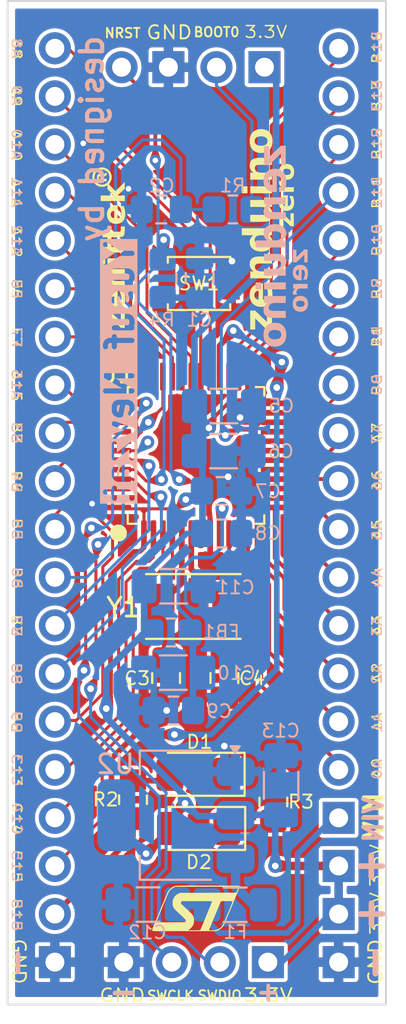
<source format=kicad_pcb>
(kicad_pcb (version 20241229) (generator "pcbnew") (generator_version "9.0")
  (layers (0 "F.Cu" signal) (2 "B.Cu" mixed) (13 "F.Paste" user) (15 "B.Paste" user) (5 "F.SilkS" user "F.Silkscreen") (7 "B.SilkS" user "B.Silkscreen") (1 "F.Mask" user) (3 "B.Mask" user) (25 "Edge.Cuts" user))
  (net 0 "")
  (net 1 "+3.3V")
  (net 2 "GND")
  (net 3 "Net-(U1-BOOT0)")
  (net 4 "/HSE_IN")
  (net 5 "/HSE_OUT")
  (net 6 "+3.3VA")
  (net 7 "+5V")
  (net 8 "Net-(D1-A)")
  (net 9 "/POWER_LED_K")
  (net 10 "Net-(J1-Pin_2)")
  (net 11 "Net-(J1-Pin_19)")
  (net 12 "Net-(J1-Pin_12)")
  (net 13 "Net-(J1-Pin_17)")
  (net 14 "Net-(J1-Pin_14)")
  (net 15 "Net-(J1-Pin_1)")
  (net 16 "Net-(J1-Pin_3)")
  (net 17 "Net-(J1-Pin_18)")
  (net 18 "Net-(J1-Pin_10)")
  (net 19 "Net-(J1-Pin_7)")
  (net 20 "Net-(J1-Pin_6)")
  (net 21 "Net-(J1-Pin_8)")
  (net 22 "Net-(J1-Pin_11)")
  (net 23 "Net-(J1-Pin_9)")
  (net 24 "Net-(J1-Pin_16)")
  (net 25 "Net-(J1-Pin_15)")
  (net 26 "Net-(J1-Pin_13)")
  (net 27 "/ADC_IN0")
  (net 28 "Net-(J2-Pin_1)")
  (net 29 "/ADC_IN3")
  (net 30 "Net-(J2-Pin_4)")
  (net 31 "/ADC_IN1")
  (net 32 "/ADC_IN7")
  (net 33 "/ADC_IN6")
  (net 34 "Net-(J2-Pin_2)")
  (net 35 "Net-(J2-Pin_8)")
  (net 36 "Net-(J2-Pin_7)")
  (net 37 "/ADC_IN5")
  (net 38 "Net-(J2-Pin_6)")
  (net 39 "Net-(J2-Pin_3)")
  (net 40 "Net-(J2-Pin_5)")
  (net 41 "/ADC_IN2")
  (net 42 "/ADC_IN4")
  (net 43 "/SWDIO")
  (net 44 "/SWCLK")
  (net 45 "Net-(J4-B)")
  (net 46 "Net-(J5-Pin_1)")
  (net 47 "Net-(U2-VI)")
  (net 48 "/USB_N")
  (net 49 "/USB_P")
  (footprint "Capacitor_SMD:C_0805_2012Metric_Pad1.18x1.45mm_HandSolder" (layer "F.Cu") (at 145.88 93.2575 -90)
    (property "Reference" "C3")
    (property "Value" "10pF")
  )
  (footprint "LED_SMD:LED_1206_3216Metric_Pad1.42x1.75mm_HandSolder" (layer "F.Cu") (at 147.57 98.34 180)
    (property "Reference" "D1")
    (property "Value" "GREEN_LED")
  )
  (footprint "LED_SMD:LED_1206_3216Metric_Pad1.42x1.75mm_HandSolder" (layer "F.Cu") (at 147.6 101.2 180)
    (property "Reference" "D2")
    (property "Value" "RED_LED")
  )
  (footprint "Resistor_SMD:R_0805_2012Metric_Pad1.20x1.40mm_HandSolder" (layer "F.Cu") (at 151.55 99.8 -90)
    (property "Reference" "R3")
    (property "Value" "1K5")
  )
  (footprint "Button_Switch_SMD:SW_SPST_B3U-1000P" (layer "F.Cu") (at 147.62 72.42 180)
    (property "Reference" "SW1")
    (property "Value" "RST_SW")
  )
  (footprint "Crystal:Crystal_SMD_TXC_7A-2Pin_5x3.2mm" (layer "F.Cu") (at 147.32 89.4775 180)
    (property "Reference" "Y1")
    (property "Value" "16MHz")
  )
  (footprint "Resistor_SMD:R_0805_2012Metric_Pad1.20x1.40mm_HandSolder" (layer "F.Cu") (at 144.13 99.68 -90)
    (property "Reference" "R2")
    (property "Value" "1K5")
  )
  (footprint "Capacitor_SMD:C_0805_2012Metric_Pad1.18x1.45mm_HandSolder" (layer "F.Cu") (at 148.96 93.2575 -90)
    (property "Reference" "C4")
    (property "Value" "10pF")
  )
  (footprint "Connector_PinHeader_2.54mm:PinHeader_1x01_P2.54mm_Vertical" (layer "F.Cu") (at 143.525 61)
    (property "Reference" "J5" (hide yes))
    (property "Value" "Conn_01x01_Pin")
  )
  (footprint "Component Documents:STLogo" (layer "F.Cu") (at 147.4188 105.859026)
    (property "Reference" "G***" (hide yes))
    (property "Value" "LOGO" (hide yes))
  )
  (footprint "Connector_PinHeader_2.54mm:PinHeader_1x04_P2.54mm_Vertical" (layer "F.Cu") (at 143.640001 108.26 90)
    (property "Reference" "J3" (hide yes))
    (property "Value" "ST-LINK")
  )
  (footprint "Connector_PinHeader_2.54mm:PinHeader_1x03_P2.54mm_Vertical" (layer "F.Cu") (at 146 61 90)
    (property "Reference" "J4" (hide yes))
    (property "Value" "BOOT_SW")
  )
  (footprint "Package_QFP:LQFP-48_7x7mm_P0.5mm" (layer "F.Cu") (at 147.46 81.5 90)
    (property "Reference" "U1")
    (property "Value" "STM32F030C8T6")
  )
  (footprint "Capacitor_SMD:C_1206_3216Metric_Pad1.33x1.80mm_HandSolder" (layer "B.Cu") (at 146.26 92.97 180)
    (property "Reference" "C10")
    (property "Value" "1uF")
  )
  (footprint "Connector_PinHeader_2.54mm:PinHeader_1x20_P2.54mm_Vertical" (layer "B.Cu") (at 140 60 180)
    (property "Reference" "J1" (hide yes))
    (property "Value" "Left")
  )
  (footprint "Capacitor_SMD:C_1206_3216Metric_Pad1.33x1.80mm_HandSolder" (layer "B.Cu") (at 151.96 98.92 90)
    (property "Reference" "C13")
    (property "Value" "470uF")
  )
  (footprint "Resistor_SMD:R_0805_2012Metric_Pad1.20x1.40mm_HandSolder" (layer "B.Cu") (at 146.14 90.85 180)
    (property "Reference" "FB1")
    (property "Value" "FerriteBead")
  )
  (footprint "Package_TO_SOT_SMD:SOT-223-3_TabPin2" (layer "B.Cu") (at 146.4 100.5 180)
    (property "Reference" "U2")
    (property "Value" "AMS1117-3.3")
  )
  (footprint "Capacitor_SMD:C_0805_2012Metric_Pad1.18x1.45mm_HandSolder" (layer "B.Cu") (at 145.6225 68.51)
    (property "Reference" "C2")
    (property "Value" "100nF")
  )
  (footprint "Resistor_SMD:R_0805_2012Metric_Pad1.20x1.40mm_HandSolder" (layer "B.Cu") (at 145.69 72.14 -90)
    (property "Reference" "R4")
    (property "Value" "10K")
  )
  (footprint "Capacitor_SMD:C_1206_3216Metric_Pad1.33x1.80mm_HandSolder" (layer "B.Cu") (at 146.28 88.41)
    (property "Reference" "C11")
    (property "Value" "1uF")
  )
  (footprint "Capacitor_SMD:C_0805_2012Metric_Pad1.18x1.45mm_HandSolder" (layer "B.Cu") (at 148.81 83.38 180)
    (property "Reference" "C7")
    (property "Value" "100nF")
  )
  (footprint "Resistor_SMD:R_0805_2012Metric_Pad1.20x1.40mm_HandSolder" (layer "B.Cu") (at 149.4125 68.51 180)
    (property "Reference" "R1")
    (property "Value" "10K")
  )
  (footprint "Capacitor_SMD:C_1206_3216Metric_Pad1.33x1.80mm_HandSolder" (layer "B.Cu") (at 144.9075 105.21 180)
    (property "Reference" "C12")
    (property "Value" "470uF")
  )
  (footprint "Capacitor_SMD:C_0805_2012Metric_Pad1.18x1.45mm_HandSolder" (layer "B.Cu") (at 147.65 72.13 -90)
    (property "Reference" "C1")
    (property "Value" "100nF")
  )
  (footprint "Connector_PinHeader_2.54mm:PinHeader_1x20_P2.54mm_Vertical" (layer "B.Cu") (at 155 60 180)
    (property "Reference" "J2" (hide yes))
    (property "Value" "Right")
  )
  (footprint "Fuse:Fuse_1206_3216Metric_Pad1.42x1.75mm_HandSolder" (layer "B.Cu") (at 149.53 105.23 180)
    (property "Reference" "F1")
    (property "Value" "PTC")
  )
  (footprint "Capacitor_SMD:C_0805_2012Metric_Pad1.18x1.45mm_HandSolder" (layer "B.Cu") (at 148.8125 85.62 180)
    (property "Reference" "C8")
    (property "Value" "100nF")
  )
  (footprint "Capacitor_SMD:C_0805_2012Metric_Pad1.18x1.45mm_HandSolder" (layer "B.Cu") (at 146.27 94.97 180)
    (property "Reference" "C9")
    (property "Value" "10nF")
  )
  (footprint "Capacitor_SMD:C_1206_3216Metric_Pad1.33x1.80mm_HandSolder" (layer "B.Cu") (at 148.94 78.89 180)
    (property "Reference" "C5")
    (property "Value" "10uF")
  )
  (footprint "Capacitor_SMD:C_1206_3216Metric_Pad1.33x1.80mm_HandSolder" (layer "B.Cu") (at 148.92 81.27 180)
    (property "Reference" "C6")
    (property "Value" "1uF")
  )
  (gr_circle (center 142.489999 66.805468) (end 142.2 67.155469) (stroke (width 0.12)) (fill no) (layer "F.SilkS"))
  (gr_rect (start 137.5 57.5) (end 157.5 110.5) (stroke (width 0.1)) (fill no) (layer "Edge.Cuts"))
  (gr_text "A6" (at 157.33 83.4 90) (layer "F.SilkS") (effects (font (size 0.5 0.6) (thickness 0.08)) (justify left bottom)))
  (gr_text "zenittek" (at 143.9 74.84 90) (layer "F.SilkS") (effects (font (size 1.2 1.2) (thickness 0.25) (bold yes) (italic yes)) (justify left bottom)))
  (gr_text "B0" (at 157.32 78.41 90) (layer "F.SilkS") (effects (font (size 0.5 0.6) (thickness 0.08)) (justify left bottom)))
  (gr_text "3.3V" (at 149.97 59.5 0) (layer "F.SilkS") (effects (font (size 0.62 0.7) (thickness 0.08)) (justify left bottom)))
  (gr_text "F6" (at 137.68 72.11 -90) (layer "F.SilkS") (effects (font (size 0.5 0.6) (thickness 0.08)) (justify left bottom)))
  (gr_text "GND" (at 137.68 106.94 -90) (layer "F.SilkS") (effects (font (size 0.7 0.8) (thickness 0.1) (bold yes)) (justify left bottom)))
  (gr_text "B14" (at 157.32 60.87 90) (layer "F.SilkS") (effects (font (size 0.5 0.6) (thickness 0.08)) (justify left bottom)))
  (gr_text "A4" (at 157.33 88.51 90) (layer "F.SilkS") (effects (font (size 0.5 0.6) (thickness 0.08)) (justify left bottom)))
  (gr_text "C13" (at 137.69 97.19 -90) (layer "F.SilkS") (effects (font (size 0.5 0.6) (thickness 0.08)) (justify left bottom)))
  (gr_text "zero" (at 152.8 69.46 90) (layer "F.SilkS") (effects (font (size 1 1) (thickness 0.25) (bold yes) (italic yes)) (justify left bottom)))
  (gr_text "B5" (at 137.7 84.75 -90) (layer "F.SilkS") (effects (font (size 0.5 0.6) (thickness 0.08)) (justify left bottom)))
  (gr_text "A7" (at 157.32 80.9 90) (layer "F.SilkS") (effects (font (size 0.5 0.6) (thickness 0.08)) (justify left bottom)))
  (gr_text "A11" (at 137.68 66.78 -90) (layer "F.SilkS") (effects (font (size 0.5 0.6) (thickness 0.08)) (justify left bottom)))
  (gr_text "B12" (at 157.32 65.96 90) (layer "F.SilkS") (effects (font (size 0.5 0.6) (thickness 0.08)) (justify left bottom)))
  (gr_text "B6" (at 137.7 87.33 -90) (layer "F.SilkS") (effects (font (size 0.5 0.6) (thickness 0.08)) (justify left bottom)))
  (gr_text "VIN" (at 157.46 101.83 90) (layer "F.SilkS") (effects (font (size 1 1) (thickness 0.2) (bold yes)) (justify left bottom)))
  (gr_text "SWDIO" (at 147.49 110.31 0) (layer "F.SilkS") (effects (font (size 0.5 0.5) (thickness 0.1) (bold yes)) (justify left bottom)))
  (gr_text "B15" (at 137.69 104.83 -90) (layer "F.SilkS") (effects (font (size 0.5 0.6) (thickness 0.08)) (justify left bottom)))
  (gr_text "B13" (at 157.32 63.43 90) (layer "F.SilkS") (effects (font (size 0.5 0.6) (thickness 0.08)) (justify left bottom)))
  (gr_text "A8" (at 137.69 59.45 -90) (layer "F.SilkS") (effects (font (size 0.5 0.6) (thickness 0.08)) (justify left bottom)))
  (gr_text "NRST" (at 142.57 59.49 0) (layer "F.SilkS") (effects (font (size 0.5 0.5) (thickness 0.1) (bold yes)) (justify left bottom)))
  (gr_text "A5" (at 157.32 86.01 90) (layer "F.SilkS") (effects (font (size 0.5 0.6) (thickness 0.08)) (justify left bottom)))
  (gr_text "A9" (at 137.68 61.93 -90) (layer "F.SilkS") (effects (font (size 0.5 0.6) (thickness 0.08)) (justify left bottom)))
  (gr_text "A1" (at 157.33 96.14 90) (layer "F.SilkS") (effects (font (size 0.5 0.6) (thickness 0.08)) (justify left bottom)))
  (gr_text "B10" (at 157.32 71.05 90) (layer "F.SilkS") (effects (font (size 0.5 0.6) (thickness 0.08)) (justify left bottom)))
  (gr_text "A2" (at 157.32 93.58 90) (layer "F.SilkS") (effects (font (size 0.5 0.6) (thickness 0.08)) (justify left bottom)))
  (gr_text "GND" (at 142.28 110.43 0) (layer "F.SilkS") (effects (font (size 0.7 0.8) (thickness 0.1) (bold yes)) (justify left bottom)))
  (gr_text "A0" (at 157.31 98.61 90) (layer "F.SilkS") (effects (font (size 0.5 0.6) (thickness 0.08)) (justify left bottom)))
  (gr_text "GND" (at 144.76 59.57 0) (layer "F.SilkS") (effects (font (size 0.7 0.8) (thickness 0.1) (bold yes)) (justify left bottom)))
  (gr_text "A12" (at 137.68 69.34 -90) (layer "F.SilkS") (effects (font (size 0.5 0.6) (thickness 0.08)) (justify left bottom)))
  (gr_text "B11" (at 157.32 68.54 90) (layer "F.SilkS") (effects (font (size 0.5 0.6) (thickness 0.08)) (justify left bottom)))
  (gr_text "B8" (at 137.67 92.39 -90) (layer "F.SilkS") (effects (font (size 0.5 0.6) (thickness 0.08)) (justify left bottom)))
  (gr_text "SWCLK" (at 144.82 110.32 0) (layer "F.SilkS") (effects (font (size 0.5 0.5) (thickness 0.1) (bold yes)) (justify left bottom)))
  (gr_text "B1" (at 157.32 75.85 90) (layer "F.SilkS") (effects (font (size 0.5 0.6) (thickness 0.08)) (justify left bottom)))
  (gr_text "B4" (at 137.68 82.23 -90) (layer "F.SilkS") (effects (font (size 0.5 0.6) (thickness 0.08)) (justify left bottom)))
  (gr_text "BOOT0" (at 147.28 59.44 0) (layer "F.SilkS") (effects (font (size 0.5 0.5) (thickness 0.1) (bold yes)) (justify left bottom)))
  (gr_text "F7" (at 137.68 74.65 -90) (layer "F.SilkS") (effects (font (size 0.5 0.6) (thickness 0.08)) (justify left bottom)))
  (gr_text "3.3V" (at 149.92 110.42 0) (layer "F.SilkS") (effects (font (size 0.7 0.8) (thickness 0.1) (bold yes)) (justify left bottom)))
  (gr_text "3.3V" (at 157.35 106.88 90) (layer "F.SilkS") (effects (font (size 0.62 0.7) (thickness 0.08)) (justify left bottom)))
  (gr_text "A15" (at 137.68 76.95 -90) (layer "F.SilkS") (effects (font (size 0.5 0.6) (thickness 0.08)) (justify left bottom)))
  (gr_text "A3" (at 157.32 91.06 90) (layer "F.SilkS") (effects (font (size 0.5 0.6) (thickness 0.08)) (justify left bottom)))
  (gr_text "C14" (at 137.7 99.76 -90) (layer "F.SilkS") (effects (font (size 0.5 0.6) (thickness 0.08)) (justify left bottom)))
  (gr_text "B9" (at 137.68 94.94 -90) (layer "F.SilkS") (effects (font (size 0.5 0.6) (thickness 0.08)) (justify left bottom)))
  (gr_text "zenduino" (at 151.73 74.97 90) (layer "F.SilkS") (effects (font (size 1.5 1.5) (thickness 0.25) (bold yes) (italic yes)) (justify left bottom)))
  (gr_text "A10" (at 137.68 64.26 -90) (layer "F.SilkS") (effects (font (size 0.5 0.6) (thickness 0.08)) (justify left bottom)))
  (gr_text "R" (at 142.819999 67.09 90) (layer "F.SilkS") (effects (font (size 0.5 0.5) (thickness 0.125) (bold yes)) (justify left bottom)))
  (gr_text "C15" (at 137.69 102.27 -90) (layer "F.SilkS") (effects (font (size 0.5 0.6) (thickness 0.08)) (justify left bottom)))
  (gr_text "B3" (at 137.68 79.67 -90) (layer "F.SilkS") (effects (font (size 0.5 0.6) (thickness 0.08)) (justify left bottom)))
  (gr_text "3.3V" (at 157.35 104.34 90) (layer "F.SilkS") (effects (font (size 0.62 0.7) (thickness 0.08)) (justify left bottom)))
  (gr_text "B7" (at 137.68 89.84 -90) (layer "F.SilkS") (effects (font (size 0.5 0.6) (thickness 0.08)) (justify left bottom)))
  (gr_text "B2" (at 157.32 73.33 90) (layer "F.SilkS") (effects (font (size 0.5 0.6) (thickness 0.08)) (justify left bottom)))
  (gr_text "GND" (at 157.35 109.53 90) (layer "F.SilkS") (effects (font (size 0.7 0.8) (thickness 0.1) (bold yes)) (justify left bottom)))
  (gr_text "+" (at 155.6 103.96 0) (layer "B.SilkS") (effects (font (size 1.5 1.5) (thickness 0.3) (bold yes)) (justify left bottom)))
  (gr_text "F6" (at 137.68 73.3 -90) (layer "B.SilkS") (effects (font (size 0.5 0.6) (thickness 0.08)) (justify left bottom mirror)))
  (gr_text "C14" (at 137.7 101.61 -90) (layer "B.SilkS") (effects (font (size 0.5 0.6) (thickness 0.08)) (justify left bottom mirror)))
  (gr_text "F7" (at 137.68 75.87 -90) (layer "B.SilkS") (effects (font (size 0.5 0.6) (thickness 0.08)) (justify left bottom mirror)))
  (gr_text "B0" (at 157.32 77.14 90) (layer "B.SilkS") (effects (font (size 0.5 0.6) (thickness 0.08)) (justify left bottom mirror)))
  (gr_text "zenduino" (at 152.46 65.05 90) (layer "B.SilkS") (effects (font (size 1.5 1.5) (thickness 0.25) (bold yes) (italic yes)) (justify left bottom mirror)))
  (gr_text "-" (at 142.73 110.51 0) (layer "B.SilkS") (effects (font (size 1.2 1.2) (thickness 0.25) (bold yes)) (justify left bottom)))
  (gr_text "B4" (at 137.68 83.54 -90) (layer "B.SilkS") (effects (font (size 0.5 0.6) (thickness 0.08)) (justify left bottom mirror)))
  (gr_text "B9" (at 137.67 96.22 -90) (layer "B.SilkS") (effects (font (size 0.5 0.6) (thickness 0.08)) (justify left bottom mirror)))
  (gr_text "B11" (at 157.32 66.69 90) (layer "B.SilkS") (effects (font (size 0.5 0.6) (thickness 0.08)) (justify left bottom mirror)))
  (gr_text "A15" (at 137.68 78.63 -90) (layer "B.SilkS") (effects (font (size 0.5 0.6) (thickness 0.08)) (justify left bottom mirror)))
  (gr_text "B1" (at 157.32 74.58 90) (layer "B.SilkS") (effects (font (size 0.5 0.6) (thickness 0.08)) (justify left bottom mirror)))
  (gr_text "B15" (at 137.69 106.68 -90) (layer "B.SilkS") (effects (font (size 0.5 0.6) (thickness 0.08)) (justify left bottom mirror)))
  (gr_text "A6" (at 157.33 82.27 90) (layer "B.SilkS") (effects (font (size 0.5 0.6) (thickness 0.08)) (justify left bottom mirror)))
  (gr_text "B5" (at 137.7 86.03 -90) (layer "B.SilkS") (effects (font (size 0.5 0.6) (thickness 0.08)) (justify left bottom mirror)))
  (gr_text "A12" (at 137.68 71.02 -90) (layer "B.SilkS") (effects (font (size 0.5 0.6) (thickness 0.08)) (justify left bottom mirror)))
  (gr_text "C15" (at 137.69 104.12 -90) (layer "B.SilkS") (effects (font (size 0.5 0.6) (thickness 0.08)) (justify left bottom mirror)))
  (gr_text "B3" (at 137.68 80.95 -90) (layer "B.SilkS") (effects (font (size 0.5 0.6) (thickness 0.08)) (justify left bottom mirror)))
  (gr_text "A2" (at 157.31 92.46 90) (layer "B.SilkS") (effects (font (size 0.5 0.6) (thickness 0.08)) (justify left bottom mirror)))
  (gr_text "-" (at 137.43 107.39 -90) (layer "B.SilkS") (effects (font (size 1.2 1.2) (thickness 0.25) (bold yes)) (justify left bottom)))
  (gr_text "A3" (at 157.32 89.94 90) (layer "B.SilkS") (effects (font (size 0.5 0.6) (thickness 0.08)) (justify left bottom mirror)))
  (gr_text "designed by" (at 142.66 59.21 90) (layer "B.SilkS") (effects (font (size 1.2 1.2) (thickness 0.22) (bold yes)) (justify left bottom mirror)))
  (gr_text "A9" (at 137.68 63.07 -90) (layer "B.SilkS") (effects (font (size 0.5 0.6) (thickness 0.08)) (justify left bottom mirror)))
  (gr_text "A10" (at 137.68 65.94 -90) (layer "B.SilkS") (effects (font (size 0.5 0.6) (thickness 0.08)) (justify left bottom mirror)))
  (gr_text "B2" (at 157.32 72.05 90) (layer "B.SilkS") (effects (font (size 0.5 0.6) (thickness 0.08)) (justify left bottom mirror)))
  (gr_text "A4" (at 157.33 87.4 90) (layer "B.SilkS") (effects (font (size 0.5 0.6) (thickness 0.08)) (justify left bottom mirror)))
  (gr_text "A0" (at 157.32 97.49 90) (layer "B.SilkS") (effects (font (size 0.5 0.6) (thickness 0.08)) (justify left bottom mirror)))
  (gr_text "B8" (at 137.67 93.67 -90) (layer "B.SilkS") (effects (font (size 0.5 0.6) (thickness 0.08)) (justify left bottom mirror)))
  (gr_text "-" (at 156.17 107.17 -90) (layer "B.SilkS") (effects (font (size 1.5 1.5) (thickness 0.3) (bold yes)) (justify left bottom)))
  (gr_text "C13" (at 137.69 99.04 -90) (layer "B.SilkS") (effects (font (size 0.5 0.6) (thickness 0.08)) (justify left bottom mirror)))
  (gr_text "A1" (at 157.33 95.03 90) (layer "B.SilkS") (effects (font (size 0.5 0.6) (thickness 0.08)) (justify left bottom mirror)))
  (gr_text "+" (at 150.53 110.39 0) (layer "B.SilkS") (effects (font (size 1 1) (thickness 0.2) (bold yes)) (justify left bottom)))
  (gr_text "B6" (at 137.7 88.61 -90) (layer "B.SilkS") (effects (font (size 0.5 0.6) (thickness 0.08)) (justify left bottom mirror)))
  (gr_text "B7" (at 137.68 91.15 -90) (layer "B.SilkS") (effects (font (size 0.5 0.6) (thickness 0.08)) (justify left bottom mirror)))
  (gr_text "A5" (at 157.33 84.89 90) (layer "B.SilkS") (effects (font (size 0.5 0.6) (thickness 0.08)) (justify left bottom mirror)))
  (gr_text "A11" (at 137.68 68.46 -90) (layer "B.SilkS") (effects (font (size 0.5 0.6) (thickness 0.08)) (justify left bottom mirror)))
  (gr_text "zero" (at 153.53 70.56 90) (layer "B.SilkS") (effects (font (size 1 1) (thickness 0.25) (bold yes) (italic yes)) (justify left bottom mirror)))
  (gr_text "Yusuf Nevzat" (at 144.26 70.05 90) (layer "B.SilkS" knockout) (effects (font (size 1.4 1.4) (thickness 0.27) (bold yes)) (justify left bottom mirror)))
  (gr_text "VIN" (at 157.42 99.42 90) (layer "B.SilkS") (effects (font (size 1 1) (thickness 0.2) (bold yes)) (justify left bottom mirror)))
  (gr_text "B12" (at 157.32 64.11 90) (layer "B.SilkS") (effects (font (size 0.5 0.6) (thickness 0.08)) (justify left bottom mirror)))
  (gr_text "A8" (at 137.69 60.59 -90) (layer "B.SilkS") (effects (font (size 0.5 0.6) (thickness 0.08)) (justify left bottom mirror)))
  (gr_text "B10" (at 157.32 69.2 90) (layer "B.SilkS") (effects (font (size 0.5 0.6) (thickness 0.08)) (justify left bottom mirror)))
  (gr_text "B14" (at 157.32 59.02 90) (layer "B.SilkS") (effects (font (size 0.5 0.6) (thickness 0.08)) (justify left bottom mirror)))
  (gr_text "B13" (at 157.32 61.58 90) (layer "B.SilkS") (effects (font (size 0.5 0.6) (thickness 0.08)) (justify left bottom mirror)))
  (gr_text "A7" (at 157.32 79.78 90) (layer "B.SilkS") (effects (font (size 0.5 0.6) (thickness 0.08)) (justify left bottom mirror)))
  (gr_text "+" (at 155.61 106.49 0) (layer "B.SilkS") (effects (font (size 1.5 1.5) (thickness 0.3) (bold yes)) (justify left bottom)))
  (segment (start 144.9 84.32) (end 144.91 84.32) (width 0.16) (layer "F.Cu") (net 1))
  (segment (start 144.71 84.51) (end 144.9 84.32) (width 0.16) (layer "F.Cu") (net 1))
  (segment (start 143.3675 84.32) (end 143.2975 84.25) (width 0.16) (layer "F.Cu") (net 1))
  (segment (start 144.91 84.32) (end 144.71 84.32) (width 0.16) (layer "F.Cu") (net 1))
  (segment (start 142.715 94.87) (end 142.715 95.075) (width 0.25) (layer "F.Cu") (net 1))
  (segment (start 146.1125 100.644063) (end 146.1125 101.2) (width 0.4) (layer "F.Cu") (net 1))
  (segment (start 144.71 84.51) (end 144.71 84.32) (width 0.16) (layer "F.Cu") (net 1))
  (segment (start 142.715 94.87) (end 142.92 94.87) (width 0.25) (layer "F.Cu") (net 1))
  (segment (start 144.18 86.57) (end 144.5 86.57) (width 0.25) (layer "F.Cu") (net 1))
  (segment (start 144.51 84.32) (end 143.3675 84.32) (width 0.16) (layer "F.Cu") (net 1))
  (segment (start 144.5 86.57) (end 144.71 86.36) (width 0.25) (layer "F.Cu") (net 1))
  (segment (start 146.88 99.876563) (end 146.1125 100.644063) (width 0.4) (layer "F.Cu") (net 1))
  (segment (start 148.145 79.755) (end 149.315 78.585) (width 0.2) (layer "F.Cu") (net 1))
  (segment (start 149.315 78.585) (end 151.4575 78.585) (width 0.2) (layer "F.Cu") (net 1))
  (segment (start 146.1125 101.2375) (end 144.82 102.53) (width 0.4) (layer "F.Cu") (net 1))
  (segment (start 144.52 84.32) (end 144.51 84.32) (width 0.16) (layer "F.Cu") (net 1))
  (segment (start 144.71 86.36) (end 144.71 85.6625) (width 0.25) (layer "F.Cu") (net 1))
  (segment (start 144.71 84.32) (end 144.51 84.32) (width 0.16) (layer "F.Cu") (net 1))
  (segment (start 142.94 94.85) (end 142.94 87.81) (width 0.25) (layer "F.Cu") (net 1))
  (segment (start 148.145 80.046723) (end 148.145 79.755) (width 0.2) (layer "F.Cu") (net 1))
  (segment (start 144.71 84.51) (end 144.52 84.32) (width 0.16) (layer "F.Cu") (net 1))
  (segment (start 142.92 94.87) (end 142.94 94.85) (width 0.25) (layer "F.Cu") (net 1))
  (segment (start 155 103.18) (end 155 105.72) (width 0.45) (layer "F.Cu") (net 1))
  (segment (start 146.1125 101.2) (end 146.1125 101.2375) (width 0.4) (layer "F.Cu") (net 1))
  (segment (start 146.92 83.83) (end 146.43 84.32) (width 0.16) (layer "F.Cu") (net 1))
  (segment (start 151.4575 78.585) (end 151.6225 78.75) (width 0.2) (layer "F.Cu") (net 1))
  (segment (start 151.65 103.18) (end 155 103.18) (width 0.45) (layer "F.Cu") (net 1))
  (segment (start 146.43 84.32) (end 144.91 84.32) (width 0.16) (layer "F.Cu") (net 1))
  (segment (start 142.94 87.81) (end 144.18 86.57) (width 0.25) (layer "F.Cu") (net 1))
  (segment (start 144.71 85.6625) (end 144.71 84.51) (width 0.16) (layer "F.Cu") (net 1))
  (via (at 148.145 80.046723) (size 0.75) (drill 0.35) (layers "F.Cu" "B.Cu") (net 1))
  (via (at 146.88 99.876563) (size 0.75) (drill 0.35) (layers "F.Cu" "B.Cu") (net 1))
  (via (at 144.82 102.53) (size 0.75) (drill 0.35) (layers "F.Cu" "B.Cu") (net 1))
  (via (at 142.715 94.87) (size 0.75) (drill 0.35) (layers "F.Cu" "B.Cu") (net 1))
  (via (at 146.92 83.83) (size 0.75) (drill 0.35) (layers "F.Cu" "B.Cu") (net 1))
  (via (at 151.65 103.18) (size 0.75) (drill 0.35) (layers "F.Cu" "B.Cu") (net 1))
  (segment (start 148.5225 74.04) (end 147.65 73.1675) (width 0.35) (layer "B.Cu") (net 1))
  (segment (start 147.3575 80.09) (end 147.3575 78.91) (width 0.35) (layer "B.Cu") (net 1))
  (segment (start 147.553437 100.55) (end 147.96 100.55) (width 0.35) (layer "B.Cu") (net 1))
  (segment (start 149.31 73.32) (end 148.59 74.04) (width 0.35) (layer "B.Cu") (net 1))
  (segment (start 147.3575 80.5425) (end 147.65 80.25) (width 0.3) (layer "B.Cu") (net 1))
  (segment (start 147.96 100.55) (end 148.14 100.55) (width 0.35) (layer "B.Cu") (net 1))
  (segment (start 148.59 74.04) (end 148.5225 74.04) (width 0.35) (layer "B.Cu") (net 1))
  (segment (start 147.3575 81.27) (end 147.3575 80.834223) (width 0.3) (layer "B.Cu") (net 1))
  (segment (start 147.65 80.25) (end 147.65 79.1625) (width 0.3) (layer "B.Cu") (net 1))
  (segment (start 147.1 83.65) (end 147.8025 83.65) (width 0.35) (layer "B.Cu") (net 1))
  (segment (start 151.7 61.620001) (end 151.079999 61) (width 0.35) (layer "B.Cu") (net 1))
  (segment (start 147.3775 75.2525) (end 147.3775 78.89) (width 0.35) (layer "B.Cu") (net 1))
  (segment (start 151.65 100.7925) (end 151.96 100.4825) (width 0.35) (layer "B.Cu") (net 1))
  (segment (start 152 108.26) (end 154.54 105.72) (width 0.3) (layer "B.Cu") (net 1))
  (segment (start 146.88 99.876563) (end 147.553437 100.55) (width 0.35) (layer "B.Cu") (net 1))
  (segment (start 155 103.18) (end 155 105.72) (width 0.45) (layer "B.Cu") (net 1))
  (segment (start 146.88 99.51) (end 142.715 95.345) (width 0.35) (layer "B.Cu") (net 1))
  (segment (start 146.97 85.62) (end 147.775 85.62) (width 0.3) (layer "B.Cu") (net 1))
  (segment (start 144.7175 90.725) (end 144.7175 88.41) (width 0.35) (layer "B.Cu") (net 1))
  (segment (start 142.715 94.87) (end 142.715 92.8775) (width 0.35) (layer "B.Cu") (net 1))
  (segment (start 146.88 99.876563) (end 146.88 99.51) (width 0.35) (layer "B.Cu") (net 1))
  (segment (start 142.715 92.8775) (end 144.7925 90.8) (width 0.35) (layer "B.Cu") (net 1))
  (segment (start 150.245 72.385) (end 151.7 70.93) (width 0.35) (layer "B.Cu") (net 1))
  (segment (start 151.96 100.4825) (end 149.5675 100.4825) (width 0.35) (layer "B.Cu") (net 1))
  (segment (start 150.245 72.385) (end 149.31 73.32) (width 0.35) (layer "B.Cu") (net 1))
  (segment (start 148.101723 80.09) (end 148.145 80.046723) (width 0.3) (layer "B.Cu") (net 1))
  (segment (start 147.3575 81.27) (end 147.3575 80.5425) (width 0.3) (layer "B.Cu") (net 1))
  (segment (start 146.92 83.83) (end 147.1 83.65) (width 0.35) (layer "B.Cu") (net 1))
  (segment (start 148.14 100.55) (end 149.5 100.55) (width 0.35) (layer "B.Cu") (net 1))
  (segment (start 144.7925 90.8) (end 144.7175 90.725) (width 0.35) (layer "B.Cu") (net 1))
  (segment (start 147.3575 80.09) (end 148.101723 80.09) (width 0.3) (layer "B.Cu") (net 1))
  (segment (start 147.995 100.515) (end 147.96 100.55) (width 0.25) (layer "B.Cu") (net 1))
  (segment (start 149.5675 100.4825) (end 149.55 100.5) (width 0.35) (layer "B.Cu") (net 1))
  (segment (start 147.8025 85.5925) (end 147.775 85.62) (width 0.35) (layer "B.Cu") (net 1))
  (segment (start 151.260001 108.26) (end 152 108.26) (width 0.3) (layer "B.Cu") (net 1))
  (segment (start 147.8025 83.65) (end 147.8025 81.715) (width 0.35) (layer "B.Cu") (net 1))
  (segment (start 147.3575 80.834223) (end 148.145 80.046723) (width 0.3) (layer "B.Cu") (net 1))
  (segment (start 149.5 100.55) (end 149.55 100.5) (width 0.35) (layer "B.Cu") (net 1))
  (segment (start 143.25 100.96) (end 144.82 102.53) (width 0.4) (layer "B.Cu") (net 1))
  (segment (start 142.715 95.345) (end 142.715 94.87) (width 0.35) (layer "B.Cu") (net 1))
  (segment (start 147.65 73.1675) (end 145.7175 73.1675) (width 0.35) (layer "B.Cu") (net 1))
  (segment (start 145.7175 73.1675) (end 145.69 73.14) (width 0.35) (layer "B.Cu") (net 1))
  (segment (start 154.54 105.72) (end 155 105.72) (width 0.3) (layer "B.Cu") (net 1))
  (segment (start 142.715 94.87) (end 142.91 94.87) (width 0.25) (layer "B.Cu") (net 1))
  (segment (start 151.65 103.18) (end 151.65 100.7925) (width 0.35) (layer "B.Cu") (net 1))
  (segment (start 143.25 100.5) (end 143.25 100.96) (width 0.4) (layer "B.Cu") (net 1))
  (segment (start 147.3775 79.279223) (end 148.145 80.046723) (width 0.3) (layer "B.Cu") (net 1))
  (segment (start 147.3775 78.89) (end 147.3775 79.279223) (width 0.3) (layer "B.Cu") (net 1))
  (segment (start 147.8025 83.65) (end 147.8025 85.5925) (width 0.35) (layer "B.Cu") (net 1))
  (segment (start 144.7175 87.8725) (end 146.97 85.62) (width 0.3) (layer "B.Cu") (net 1))
  (segment (start 147.65 79.1625) (end 147.3775 78.89) (width 0.3) (layer "B.Cu") (net 1))
  (segment (start 147.8025 81.715) (end 147.3575 81.27) (width 0.35) (layer "B.Cu") (net 1))
  (segment (start 151.7 70.93) (end 151.7 61.620001) (width 0.35) (layer "B.Cu") (net 1))
  (segment (start 144.7175 88.41) (end 144.985 88.41) (width 0.35) (layer "B.Cu") (net 1))
  (segment (start 148.54 100.5) (end 149.55 100.5) (width 0.25) (layer "B.Cu") (net 1))
  (segment (start 148.59 74.04) (end 147.3775 75.2525) (width 0.35) (layer "B.Cu") (net 1))
  (segment (start 147.3575 81.27) (end 147.3575 80.09) (width 0.35) (layer "B.Cu") (net 1))
  (segment (start 144.7175 88.41) (end 144.7175 87.8725) (width 0.3) (layer "B.Cu") (net 1))
  (segment (start 148.96 94.295) (end 148.96 96.85) (width 0.35) (layer "F.Cu") (net 2))
  (segment (start 149.36 71.24) (end 149.36 72.380001) (width 0.3) (layer "F.Cu") (net 2))
  (segment (start 142.27 83.75) (end 141.97 84.05) (width 0.16) (layer "F.Cu") (net 2))
  (segment (start 148.21 83.58) (end 149.16 82.63) (width 0.16) (layer "F.Cu") (net 2))
  (segment (start 149.0575 98.34) (end 149.0575 98.2625) (width 0.5) (layer "F.Cu") (net 2))
  (segment (start 149.36 72.380001) (end 149.320001 72.42) (width 0.3) (layer "F.Cu") (net 2))
  (segment (start 149.0575 96.9475) (end 148.96 96.85) (width 0.35) (layer "F.Cu") (net 2))
  (segment (start 149.0575 98.34) (end 149.89 98.34) (width 0.45) (layer "F.Cu") (net 2))
  (segment (start 148.96 94.295) (end 148.96 98.2425) (width 0.45) (layer "F.Cu") (net 2))
  (segment (start 150.04 79.25) (end 151.6225 79.25) (width 0.2) (layer "F.Cu") (net 2))
  (segment (start 143.2975 83.75) (end 142.27 83.75) (width 0.16) (layer "F.Cu") (net 2))
  (segment (start 145.88 94.295) (end 148.96 94.295) (width 0.45) (layer "F.Cu") (net 2))
  (segment (start 148.96 98.2425) (end 149.0575 98.34) (width 0.45) (layer "F.Cu") (net 2))
  (segment (start 149.0575 98.34) (end 149.0575 96.9475) (width 0.35) (layer "F.Cu") (net 2))
  (segment (start 143.2875 83.76) (end 143.2975 83.75) (width 0.16) (layer "F.Cu") (net 2))
  (segment (start 141.5 65.03) (end 141.5 65.02) (width 0.16) (layer "F.Cu") (net 2))
  (segment (start 151.46 98.34) (end 151.93 98.81) (width 0.45) (layer "F.Cu") (net 2))
  (segment (start 148.21 85.6625) (end 148.21 83.58) (width 0.16) (layer "F.Cu") (net 2))
  (segment (start 143.89 67.42) (end 141.5 65.03) (width 0.16) (layer "F.Cu") (net 2))
  (segment (start 149.79 79.5) (end 150.04 79.25) (width 0.2) (layer "F.Cu") (net 2))
  (segment (start 149.89 98.34) (end 151.46 98.34) (width 0.45) (layer "F.Cu") (net 2))
  (via (at 149.79 79.5) (size 0.75) (drill 0.35) (layers "F.Cu" "B.Cu") (net 2))
  (via (at 148.96 96.85) (size 0.75) (drill 0.35) (layers "F.Cu" "B.Cu") (net 2))
  (via (at 149.16 82.63) (size 0.7) (drill 0.35) (layers "F.Cu" "B.Cu") (net 2))
  (via (at 145.91 94.97) (size 0.75) (drill 0.35) (layers "F.Cu" "B.Cu") (net 2))
  (via (at 149.36 71.24) (size 0.7) (drill 0.35) (layers "F.Cu" "B.Cu") (net 2))
  (via (at 141.97 84.05) (size 0.6) (drill 0.3) (layers "F.Cu" "B.Cu") (net 2))
  (via (at 143.89 67.42) (size 0.6) (drill 0.3) (layers "F.Cu" "B.Cu") (net 2))
  (via (at 141.5 65.02) (size 0.6) (drill 0.3) (layers "F.Cu" "B.Cu") (net 2))
  (segment (start 145.91 94.97) (end 145.2325 94.97) (width 0.35) (layer "B.Cu") (net 2))
  (segment (start 145.2225 94.2825) (end 145.2225 92.97) (width 0.35) (layer "B.Cu") (net 2))
  (segment (start 149.85 86.4025) (end 149.85 85.62) (width 0.35) (layer "B.Cu") (net 2))
  (segment (start 147.8425 88.41) (end 149.85 86.4025) (width 0.35) (layer "B.Cu") (net 2))
  (segment (start 148.96 96.85) (end 148.96 97.61) (width 0.35) (layer "B.Cu") (net 2))
  (segment (start 149.8775 83.3075) (end 149.2 82.63) (width 0.35) (layer "B.Cu") (net 2))
  (segment (start 149.8775 83.65) (end 149.8775 83.3075) (width 0.35) (layer "B.Cu") (net 2))
  (segment (start 150.5025 78.89) (end 150.5025 81.25) (width 0.35) (layer "B.Cu") (net 2))
  (segment (start 149.8775 81.875) (end 150.4825 81.27) (width 0.35) (layer "B.Cu") (net 2))
  (segment (start 149.8775 83.65) (end 149.8775 85.5925) (width 0.35) (layer "B.Cu") (net 2))
  (segment (start 145.91 94.97) (end 145.2225 94.2825) (width 0.35) (layer "B.Cu") (net 2))
  (segment (start 151.1175 98.2) (end 151.96 97.3575) (width 0.35) (layer "B.Cu") (net 2))
  (segment (start 149.16 82.63) (end 149.16 82.59) (width 0.35) (layer "B.Cu") (net 2))
  (segment (start 148.96 97.61) (end 149.55 98.2) (width 0.35) (layer "B.Cu") (net 2))
  (segment (start 150.5025 81.25) (end 150.4825 81.27) (width 0.35) (layer "B.Cu") (net 2))
  (segment (start 151.1175 98.2) (end 149.55 98.2) (width 0.35) (layer "B.Cu") (net 2))
  (segment (start 149.2 82.63) (end 149.16 82.63) (width 0.35) (layer "B.Cu") (net 2))
  (segment (start 150.5025 78.89) (end 150.5025 77.6475) (width 0.16) (layer "B.Cu") (net 2))
  (segment (start 148.96 96.85) (end 148.89 96.92) (width 0.35) (layer "B.Cu") (net 2))
  (segment (start 149.16 82.59) (end 149.3 82.73) (width 0.35) (layer "B.Cu") (net 2))
  (segment (start 143.1075 107.727499) (end 143.640001 108.26) (width 0.5) (layer "B.Cu") (net 2))
  (segment (start 149.8775 85.5925) (end 149.85 85.62) (width 0.35) (layer "B.Cu") (net 2))
  (segment (start 149.8775 83.65) (end 149.8775 81.875) (width 0.35) (layer "B.Cu") (net 2))
  (segment (start 144.84 82.86) (end 145.33 82.86) (width 0.16) (layer "F.Cu") (net 3))
  (segment (start 145.33 82.86) (end 145.48 82.86) (width 0.16) (layer "F.Cu") (net 3))
  (segment (start 145.6 82.74) (end 145.57 82.77) (width 0.16) (layer "F.Cu") (net 3))
  (segment (start 145.63 82.71) (end 145.59 82.75) (width 0.16) (layer "F.Cu") (net 3))
  (segment (start 144.23 82.25) (end 144.84 82.86) (width 0.16) (layer "F.Cu") (net 3))
  (segment (start 143.2975 82.25) (end 144.23 82.25) (width 0.16) (layer "F.Cu") (net 3))
  (segment (start 145.57 82.77) (end 145.63 82.77) (width 0.16) (layer "F.Cu") (net 3))
  (segment (start 145.48 82.86) (end 145.6 82.74) (width 0.16) (layer "F.Cu") (net 3))
  (segment (start 145.63 82.77) (end 145.63 82.71) (width 0.16) (layer "F.Cu") (net 3))
  (via (at 145.63 82.77) (size 0.7) (drill 0.35) (layers "F.Cu" "B.Cu") (net 3))
  (segment (start 144.63 64.84) (end 145.67 64.84) (width 0.16) (layer "B.Cu") (net 3))
  (segment (start 145.6 82.74) (end 145.77 82.57) (width 0.16) (layer "B.Cu") (net 3))
  (segment (start 146.66 65.83) (end 146.66 68.51) (width 0.16) (layer "B.Cu") (net 3))
  (segment (start 145.67 64.84) (end 146.66 65.83) (width 0.16) (layer "B.Cu") (net 3))
  (segment (start 145.77 75.44) (end 143.21 72.88) (width 0.16) (layer "B.Cu") (net 3))
  (segment (start 145.77 82.57) (end 145.77 75.44) (width 0.16) (layer "B.Cu") (net 3))
  (segment (start 143.21 72.88) (end 143.21 66.26) (width 0.16) (layer "B.Cu") (net 3))
  (segment (start 148.4125 68.51) (end 146.66 68.51) (width 0.16) (layer "B.Cu") (net 3))
  (segment (start 143.21 66.26) (end 144.63 64.84) (width 0.16) (layer "B.Cu") (net 3))
  (segment (start 145.88 92.22) (end 145.88 89.887501) (width 0.45) (layer "F.Cu") (net 4))
  (segment (start 145.88 89.887501) (end 145.469999 89.4775) (width 0.45) (layer "F.Cu") (net 4))
  (segment (start 146.71 88.237499) (end 145.469999 89.4775) (width 0.3) (layer "F.Cu") (net 4))
  (segment (start 146.71 85.6625) (end 146.71 88.237499) (width 0.3) (layer "F.Cu") (net 4))
  (segment (start 147.21 87.517499) (end 149.170001 89.4775) (width 0.3) (layer "F.Cu") (net 5))
  (segment (start 148.96 92.22) (end 148.96 89.687501) (width 0.45) (layer "F.Cu") (net 5))
  (segment (start 148.96 89.687501) (end 149.170001 89.4775) (width 0.45) (layer "F.Cu") (net 5))
  (segment (start 147.21 85.6625) (end 147.21 87.517499) (width 0.3) (layer "F.Cu") (net 5))
  (segment (start 148.749999 84.660001) (end 148.9 84.51) (width 0.3) (layer "F.Cu") (net 6))
  (segment (start 148.87 84.5) (end 148.87 84.5) (width 0.3) (layer "F.Cu") (net 6))
  (segment (start 148.86 84.51) (end 148.9 84.51) (width 0.3) (layer "F.Cu") (net 6))
  (segment (start 148.709999 84.660001) (end 148.86 84.51) (width 0.3) (layer "F.Cu") (net 6))
  (segment (start 148.84 84.292235) (end 148.9 84.352235) (width 0.3) (layer "F.Cu") (net 6))
  (segment (start 148.709999 85.6625) (end 148.709999 84.660001) (width 0.3) (layer "F.Cu") (net 6))
  (segment (start 148.9 84.352235) (end 148.9 84.51) (width 0.3) (layer "F.Cu") (net 6))
  (segment (start 148.87 84.5) (end 148.86 84.51) (width 0.3) (layer "F.Cu") (net 6))
  (segment (start 148.709999 84.660001) (end 148.749999 84.660001) (width 0.3) (layer "F.Cu") (net 6))
  (via (at 148.84 84.292235) (size 0.7) (drill 0.35) (layers "F.Cu" "B.Cu") (net 6))
  (segment (start 147.32 86.89) (end 148.28 86.89) (width 0.2) (layer "B.Cu") (net 6))
  (segment (start 147.2975 94.96) (end 147.3075 94.97) (width 0.35) (layer "B.Cu") (net 6))
  (segment (start 147.14 90.85) (end 147.14 90.1725) (width 0.2) (layer "B.Cu") (net 6))
  (segment (start 147.2975 92.97) (end 147.2975 94.96) (width 0.35) (layer "B.Cu") (net 6))
  (segment (start 147.2975 92.97) (end 147.2975 91.27) (width 0.35) (layer "B.Cu") (net 6))
  (segment (start 148.84 86.33) (end 148.84 84.292235) (width 0.2) (layer "B.Cu") (net 6))
  (segment (start 146.53 89.5625) (end 146.53 87.68) (width 0.2) (layer "B.Cu") (net 6))
  (segment (start 146.53 87.68) (end 147.32 86.89) (width 0.2) (layer "B.Cu") (net 6))
  (segment (start 148.28 86.89) (end 148.84 86.33) (width 0.2) (layer "B.Cu") (net 6))
  (segment (start 147.14 90.1725) (end 146.53 89.5625) (width 0.2) (layer "B.Cu") (net 6))
  (segment (start 146.2725 105.23) (end 146.2325 105.27) (width 0.5) (layer "B.Cu") (net 7))
  (segment (start 154.73 100.64) (end 152.83 102.54) (width 0.3) (layer "B.Cu") (net 7))
  (segment (start 148.0425 105.23) (end 146.49 105.23) (width 0.45) (layer "B.Cu") (net 7))
  (segment (start 146.49 105.23) (end 146.47 105.21) (width 0.45) (layer "B.Cu") (net 7))
  (segment (start 155 100.64) (end 154.73 100.64) (width 0.3) (layer "B.Cu") (net 7))
  (segment (start 148.69 106.72) (end 148.0425 106.0725) (width 0.3) (layer "B.Cu") (net 7))
  (segment (start 148.0425 106.0725) (end 148.0425 105.23) (width 0.3) (layer "B.Cu") (net 7))
  (segment (start 152.28 106.72) (end 148.69 106.72) (width 0.3) (layer "B.Cu") (net 7))
  (segment (start 152.83 106.17) (end 152.28 106.72) (width 0.3) (layer "B.Cu") (net 7))
  (segment (start 148.21 105.23) (end 148.0425 105.23) (width 0.45) (layer "B.Cu") (net 7))
  (segment (start 152.83 102.54) (end 152.83 106.17) (width 0.3) (layer "B.Cu") (net 7))
  (segment (start 145.7325 98.69) (end 146.0825 98.34) (width 0.45) (layer "F.Cu") (net 8))
  (segment (start 144.13 98.68) (end 145.7425 98.68) (width 0.3) (layer "F.Cu") (net 8))
  (segment (start 145.7425 98.68) (end 146.0825 98.34) (width 0.3) (layer "F.Cu") (net 8))
  (segment (start 149.0875 101.2) (end 151.54 101.2) (width 0.45) (layer "F.Cu") (net 9))
  (segment (start 151.54 101.2) (end 151.93 100.81) (width 0.45) (layer "F.Cu") (net 9))
  (segment (start 147.71 77.3375) (end 147.71 70.25) (width 0.16) (layer "F.Cu") (net 10))
  (segment (start 147.71 70.25) (end 140 62.54) (width 0.16) (layer "F.Cu") (net 10))
  (segment (start 143.81 100.68) (end 142.99 99.86) (width 0.3) (layer "F.Cu") (net 11))
  (segment (start 151.73 77.915) (end 152 76.57) (width 0.4) (layer "F.Cu") (net 11))
  (segment (start 149.43 74.91) (end 149.43 74.98) (width 0.3) (layer "F.Cu") (net 11))
  (segment (start 152 76.57) (end 152.03 76.57) (width 0.3) (layer "F.Cu") (net 11))
  (segment (start 142.99 99.86) (end 142.99 97.51) (width 0.3) (layer "F.Cu") (net 11))
  (segment (start 148.709999 75.700001) (end 148.709999 77.3375) (width 0.3) (layer "F.Cu") (net 11))
  (segment (start 142.99 97.51) (end 144.26 96.24) (width 0.3) (layer "F.Cu") (net 11))
  (segment (start 149.43 74.98) (end 148.709999 75.700001) (width 0.3) (layer "F.Cu") (net 11))
  (segment (start 144.26 96.24) (end 146.32 96.24) (width 0.3) (layer "F.Cu") (net 11))
  (segment (start 152 76.6) (end 152 76.57) (width 0.3) (layer "F.Cu") (net 11))
  (segment (start 140 105.72) (end 144.13 101.59) (width 0.3) (layer "F.Cu") (net 11))
  (segment (start 149.43 74.91) (end 149.400956 74.91) (width 0.3) (layer "F.Cu") (net 11))
  (segment (start 144.13 100.68) (end 143.81 100.68) (width 0.3) (layer "F.Cu") (net 11))
  (segment (start 144.13 101.59) (end 144.13 100.68) (width 0.3) (layer "F.Cu") (net 11))
  (segment (start 152.03 76.57) (end 151.99 76.61) (width 0.3) (layer "F.Cu") (net 11))
  (via (at 149.43 74.91) (size 0.7) (drill 0.35) (layers "F.Cu" "B.Cu") (net 11))
  (via (at 152 76.57) (size 0.75) (drill 0.35) (layers "F.Cu" "B.Cu") (net 11))
  (via (at 146.32 96.24) (size 0.75) (drill 0.35) (layers "F.Cu" "B.Cu") (net 11))
  (via (at 151.73 77.915) (size 0.75) (drill 0.35) (layers "F.Cu" "B.Cu") (net 11))
  (segment (start 152 76.57) (end 149.43 74.91) (width 0.3) (layer "B.Cu") (net 11))
  (segment (start 151.73 77.915) (end 151.72 77.925) (width 0.3) (layer "B.Cu") (net 11))
  (segment (start 151.72 77.925) (end 151.72 78.05) (width 0.3) (layer "B.Cu") (net 11))
  (segment (start 151.73 92.78) (end 148.26 96.25) (width 0.3) (layer "B.Cu") (net 11))
  (segment (start 146.92 96.25) (end 146.32 96.24) (width 0.3) (layer "B.Cu") (net 11))
  (segment (start 148.26 96.25) (end 146.92 96.25) (width 0.3) (layer "B.Cu") (net 11))
  (segment (start 151.73 77.915) (end 151.73 92.78) (width 0.3) (layer "B.Cu") (net 11))
  (segment (start 146.32 96.24) (end 146.32 96.25) (width 0.3) (layer "B.Cu") (net 11))
  (segment (start 144.46 81.25) (end 144.91 80.8) (width 0.16) (layer "F.Cu") (net 12))
  (segment (start 143.2975 81.25) (end 144.46 81.25) (width 0.16) (layer "F.Cu") (net 12))
  (via (at 144.91 80.8) (size 0.7) (drill 0.35) (layers "F.Cu" "B.Cu") (net 12))
  (segment (start 144.28 81.43) (end 144.28 85.34) (width 0.16) (layer "B.Cu") (net 12))
  (segment (start 141.68 87.94) (end 140 87.94) (width 0.16) (layer "B.Cu") (net 12))
  (segment (start 144.28 85.34) (end 141.68 87.94) (width 0.16) (layer "B.Cu") (net 12))
  (segment (start 144.91 80.8) (end 144.28 81.43) (width 0.16) (layer "B.Cu") (net 12))
  (segment (start 145.71 85.6625) (end 145.71 86.95) (width 0.16) (layer "F.Cu") (net 13))
  (segment (start 143.76 95.5) (end 142.13 97.13) (width 0.16) (layer "F.Cu") (net 13))
  (segment (start 142.13 97.13) (end 142.13 98.51) (width 0.16) (layer "F.Cu") (net 13))
  (segment (start 142.13 98.51) (end 140 100.64) (width 0.16) (layer "F.Cu") (net 13))
  (segment (start 145.21 87.45) (end 144.49 87.45) (width 0.16) (layer "F.Cu") (net 13))
  (segment (start 144.49 87.45) (end 143.76 88.18) (width 0.16) (layer "F.Cu") (net 13))
  (segment (start 143.76 88.18) (end 143.76 95.5) (width 0.16) (layer "F.Cu") (net 13))
  (segment (start 145.71 86.95) (end 145.21 87.45) (width 0.16) (layer "F.Cu") (net 13))
  (segment (start 143.2975 82.749999) (end 144.109999 82.749999) (width 0.16) (layer "F.Cu") (net 14))
  (segment (start 144.96 83.6) (end 145.51 83.6) (width 0.16) (layer "F.Cu") (net 14))
  (segment (start 145.51 83.6) (end 145.6 83.69) (width 0.16) (layer "F.Cu") (net 14))
  (segment (start 144.109999 82.749999) (end 144.96 83.6) (width 0.16) (layer "F.Cu") (net 14))
  (via (at 145.6 83.69) (size 0.7) (drill 0.35) (layers "F.Cu" "B.Cu") (net 14))
  (segment (start 143.56 89.46) (end 140 93.02) (width 0.16) (layer "B.Cu") (net 14))
  (segment (start 145.63 83.72) (end 145.63 85.42) (width 0.16) (layer "B.Cu") (net 14))
  (segment (start 145.6 83.69) (end 145.63 83.72) (width 0.16) (layer "B.Cu") (net 14))
  (segment (start 143.56 87.49) (end 143.56 89.46) (width 0.16) (layer "B.Cu") (net 14))
  (segment (start 145.63 85.42) (end 143.56 87.49) (width 0.16) (layer "B.Cu") (net 14))
  (segment (start 141.81 63.55) (end 141.81 61.11) (width 0.16) (layer "F.Cu") (net 15))
  (segment (start 148.21 77.3375) (end 148.21 69.95) (width 0.16) (layer "F.Cu") (net 15))
  (segment (start 140.7 60) (end 140 60) (width 0.16) (layer "F.Cu") (net 15))
  (segment (start 141.81 61.11) (end 140.7 60) (width 0.16) (layer "F.Cu") (net 15))
  (segment (start 148.21 69.95) (end 141.81 63.55) (width 0.16) (layer "F.Cu") (net 15))
  (segment (start 147.21 76.293535) (end 144.87 73.953535) (width 0.16) (layer "F.Cu") (net 16))
  (segment (start 147.21 77.3375) (end 147.21 76.293535) (width 0.16) (layer "F.Cu") (net 16))
  (segment (start 144.87 69.95) (end 140 65.08) (width 0.16) (layer "F.Cu") (net 16))
  (segment (start 144.87 73.953535) (end 144.87 69.95) (width 0.16) (layer "F.Cu") (net 16))
  (segment (start 145.34 87.83) (end 144.64 87.83) (width 0.16) (layer "F.Cu") (net 17))
  (segment (start 144.14 95.66) (end 142.5 97.3) (width 0.16) (layer "F.Cu") (net 17))
  (segment (start 144.64 87.83) (end 144.14 88.33) (width 0.16) (layer "F.Cu") (net 17))
  (segment (start 142.5 97.3) (end 142.5 100.68) (width 0.16) (layer "F.Cu") (net 17))
  (segment (start 146.210001 86.959999) (end 145.34 87.83) (width 0.16) (layer "F.Cu") (net 17))
  (segment (start 142.5 100.68) (end 140 103.18) (width 0.16) (layer "F.Cu") (net 17))
  (segment (start 144.14 88.33) (end 144.14 95.66) (width 0.16) (layer "F.Cu") (net 17))
  (segment (start 146.210001 85.6625) (end 146.210001 86.959999) (width 0.16) (layer "F.Cu") (net 17))
  (segment (start 140 82.35) (end 140 82.86) (width 0.16) (layer "F.Cu") (net 18))
  (segment (start 142.099999 80.250001) (end 140 82.35) (width 0.16) (layer "F.Cu") (net 18))
  (segment (start 143.2975 80.250001) (end 142.099999 80.250001) (width 0.16) (layer "F.Cu") (net 18))
  (segment (start 144.71 77.3375) (end 144.71 76.68) (width 0.16) (layer "F.Cu") (net 19))
  (segment (start 143.27 75.24) (end 140 75.24) (width 0.16) (layer "F.Cu") (net 19))
  (segment (start 144.71 76.68) (end 143.27 75.24) (width 0.16) (layer "F.Cu") (net 19))
  (segment (start 145.21 77.3375) (end 145.21 76.33) (width 0.16) (layer "F.Cu") (net 20))
  (segment (start 141.58 72.7) (end 140 72.7) (width 0.16) (layer "F.Cu") (net 20))
  (segment (start 145.21 76.33) (end 141.58 72.7) (width 0.16) (layer "F.Cu") (net 20))
  (segment (start 143.2975 79.25) (end 141.85 79.25) (width 0.16) (layer "F.Cu") (net 21))
  (segment (start 140.38 77.78) (end 140 77.78) (width 0.16) (layer "F.Cu") (net 21))
  (segment (start 141.85 79.25) (end 140.38 77.78) (width 0.16) (layer "F.Cu") (net 21))
  (segment (start 143.2975 80.75) (end 142.31 80.75) (width 0.16) (layer "F.Cu") (net 22))
  (segment (start 142.31 80.75) (end 141.72 81.34) (width 0.16) (layer "F.Cu") (net 22))
  (segment (start 141.72 81.34) (end 141.72 82.94) (width 0.16) (layer "F.Cu") (net 22))
  (segment (start 141.72 82.94) (end 140 84.66) (width 0.16) (layer "F.Cu") (net 22))
  (segment (start 140 84.66) (end 140 85.4) (width 0.16) (layer "F.Cu") (net 22))
  (segment (start 143.2975 79.75) (end 140.57 79.75) (width 0.16) (layer "F.Cu") (net 23))
  (segment (start 140.57 79.75) (end 140 80.32) (width 0.16) (layer "F.Cu") (net 23))
  (segment (start 145.21 86.87) (end 144.99 87.09) (width 0.16) (layer "F.Cu") (net 24))
  (segment (start 140.56 98.1) (end 140 98.1) (width 0.16) (layer "F.Cu") (net 24))
  (segment (start 143.37 88.04) (end 143.37 95.29) (width 0.16) (layer "F.Cu") (net 24))
  (segment (start 143.37 95.29) (end 140.56 98.1) (width 0.16) (layer "F.Cu") (net 24))
  (segment (start 144.99 87.09) (end 144.32 87.09) (width 0.16) (layer "F.Cu") (net 24))
  (segment (start 145.21 85.6625) (end 145.21 86.87) (width 0.16) (layer "F.Cu") (net 24))
  (segment (start 144.32 87.09) (end 143.37 88.04) (width 0.16) (layer "F.Cu") (net 24))
  (segment (start 141.39 84.290244) (end 141.39 83.779116) (width 0.16) (layer "F.Cu") (net 25))
  (segment (start 142.535 87.375) (end 143.05 86.86) (width 0.16) (layer "F.Cu") (net 25))
  (segment (start 141.799756 84.7) (end 141.39 84.290244) (width 0.16) (layer "F.Cu") (net 25))
  (segment (start 143.05 86.86) (end 143.05 85.559045) (width 0.16) (layer "F.Cu") (net 25))
  (segment (start 142.535 94.085) (end 142.535 87.375) (width 0.16) (layer "F.Cu") (net 25))
  (segment (start 141.919116 83.25) (end 143.2975 83.25) (width 0.16) (layer "F.Cu") (net 25))
  (segment (start 142.190955 84.7) (end 141.799756 84.7) (width 0.16) (layer "F.Cu") (net 25))
  (segment (start 143.05 85.559045) (end 142.190955 84.7) (width 0.16) (layer "F.Cu") (net 25))
  (segment (start 143.2975 83.25) (end 143.2775 83.23) (width 0.16) (layer "F.Cu") (net 25))
  (segment (start 140.06 95.5) (end 141.12 95.5) (width 0.16) (layer "F.Cu") (net 25))
  (segment (start 140 95.56) (end 140.06 95.5) (width 0.16) (layer "F.Cu") (net 25))
  (segment (start 141.12 95.5) (end 142.535 94.085) (width 0.16) (layer "F.Cu") (net 25))
  (segment (start 141.39 83.779116) (end 141.919116 83.25) (width 0.16) (layer "F.Cu") (net 25))
  (segment (start 144.95 82.05) (end 144.96 82.06) (width 0.16) (layer "F.Cu") (net 26))
  (segment (start 144.97 82.07) (end 144.97 82.05) (width 0.16) (layer "F.Cu") (net 26))
  (segment (start 143.2975 81.75) (end 144.65 81.75) (width 0.16) (layer "F.Cu") (net 26))
  (segment (start 144.97 82.05) (end 144.95 82.05) (width 0.16) (layer "F.Cu") (net 26))
  (segment (start 144.97 82.07) (end 144.97 82.07) (width 0.16) (layer "F.Cu") (net 26))
  (segment (start 144.65 81.75) (end 144.97 82.07) (width 0.16) (layer "F.Cu") (net 26))
  (via (at 144.97 82.05) (size 0.7) (drill 0.35) (layers "F.Cu" "B.Cu") (net 26))
  (segment (start 144.97 82.07) (end 144.97 85.45) (width 0.16) (layer "B.Cu") (net 26))
  (segment (start 140 90.42) (end 140 90.48) (width 0.16) (layer "B.Cu") (net 26))
  (segment (start 144.97 85.45) (end 140 90.42) (width 0.16) (layer "B.Cu") (net 26))
  (segment (start 149.21 87.37) (end 149.55 87.71) (width 0.2) (layer "F.Cu") (net 27))
  (segment (start 150.91 88.46) (end 150.91 93.67) (width 0.2) (layer "F.Cu") (net 27))
  (segment (start 149.21 85.6625) (end 149.21 87.37) (width 0.2) (layer "F.Cu") (net 27))
  (segment (start 149.55 87.71) (end 150.16 87.71) (width 0.2) (layer "F.Cu") (net 27))
  (segment (start 150.91 93.67) (end 155 97.76) (width 0.2) (layer "F.Cu") (net 27))
  (segment (start 150.16 87.71) (end 150.91 88.46) (width 0.2) (layer "F.Cu") (net 27))
  (segment (start 155 97.76) (end 155 98.1) (width 0.2) (layer "F.Cu") (net 27))
  (segment (start 151.44 64.08) (end 155 60.52) (width 0.16) (layer "F.Cu") (net 28))
  (segment (start 149.21 76.2) (end 151.44 73.97) (width 0.16) (layer "F.Cu") (net 28))
  (segment (start 149.21 77.3375) (end 149.21 76.2) (width 0.16) (layer "F.Cu") (net 28))
  (segment (start 155 60.52) (end 155 60) (width 0.16) (layer "F.Cu") (net 28))
  (segment (start 151.44 73.97) (end 151.44 64.08) (width 0.16) (layer "F.Cu") (net 28))
  (segment (start 151.6225 84.25) (end 151.62 84.2525) (width 0.2) (layer "F.Cu") (net 29))
  (segment (start 155 90.29) (end 155 90.48) (width 0.2) (layer "F.Cu") (net 29))
  (segment (start 151.62 84.2525) (end 151.62 86.91) (width 0.2) (layer "F.Cu") (net 29))
  (segment (start 151.62 86.91) (end 155 90.29) (width 0.2) (layer "F.Cu") (net 29))
  (segment (start 149.01 80.44) (end 149.01 80.28) (width 0.16) (layer "F.Cu") (net 30))
  (segment (start 149.29 80.16) (end 150.470877 80.16) (width 0.16) (layer "F.Cu") (net 30))
  (segment (start 150.470877 80.16) (end 150.880877 79.75) (width 0.16) (layer "F.Cu") (net 30))
  (segment (start 149.01 80.44) (end 149.29 80.16) (width 0.16) (layer "F.Cu") (net 30))
  (segment (start 150.880877 79.75) (end 151.6225 79.75) (width 0.16) (layer "F.Cu") (net 30))
  (via (at 149.01 80.44) (size 0.7) (drill 0.35) (layers "F.Cu" "B.Cu") (net 30))
  (segment (start 155 67.62) (end 154.88 67.62) (width 0.16) (layer "B.Cu") (net 30))
  (segment (start 152.3 71.11) (end 148.8 74.61) (width 0.16) (layer "B.Cu") (net 30))
  (segment (start 148.8 74.61) (end 148.8 80.23) (width 0.16) (layer "B.Cu") (net 30))
  (segment (start 152.3 70.2) (end 152.3 71.11) (width 0.16) (layer "B.Cu") (net 30))
  (segment (start 154.88 67.62) (end 152.3 70.2) (width 0.16) (layer "B.Cu") (net 30))
  (segment (start 148.8 80.23) (end 149.01 80.44) (width 0.16) (layer "B.Cu") (net 30))
  (segment (start 150.315686 87.3) (end 149.81 87.3) (width 0.2) (layer "F.Cu") (net 31))
  (segment (start 155 95.56) (end 151.33 91.89) (width 0.2) (layer "F.Cu") (net 31))
  (segment (start 149.81 87.3) (end 149.71 87.2) (width 0.2) (layer "F.Cu") (net 31))
  (segment (start 151.33 88.314314) (end 150.315686 87.3) (width 0.2) (layer "F.Cu") (net 31))
  (segment (start 149.71 87.2) (end 149.71 85.6625) (width 0.2) (layer "F.Cu") (net 31))
  (segment (start 151.33 91.89) (end 151.33 88.314314) (width 0.2) (layer "F.Cu") (net 31))
  (segment (start 151.6225 82.25) (end 153.57 82.25) (width 0.2) (layer "F.Cu") (net 32))
  (segment (start 155 80.82) (end 155 80.32) (width 0.2) (layer "F.Cu") (net 32))
  (segment (start 153.57 82.25) (end 155 80.82) (width 0.2) (layer "F.Cu") (net 32))
  (segment (start 154.889999 82.749999) (end 155 82.86) (width 0.2) (layer "F.Cu") (net 33))
  (segment (start 151.6225 82.749999) (end 154.889999 82.749999) (width 0.2) (layer "F.Cu") (net 33))
  (segment (start 151.87 74.18) (end 151.87 66.25) (width 0.16) (layer "F.Cu") (net 34))
  (segment (start 149.71 76.34) (end 151.87 74.18) (width 0.16) (layer "F.Cu") (net 34))
  (segment (start 151.87 66.25) (end 155 63.12) (width 0.16) (layer "F.Cu") (net 34))
  (segment (start 149.71 77.3375) (end 149.71 76.34) (width 0.16) (layer "F.Cu") (net 34))
  (segment (start 155 63.12) (end 155 62.54) (width 0.16) (layer "F.Cu") (net 34))
  (segment (start 153.17 81.75) (end 153.74 81.18) (width 0.16) (layer "F.Cu") (net 35))
  (segment (start 153.74 81.18) (end 153.74 79.52) (width 0.16) (layer "F.Cu") (net 35))
  (segment (start 153.74 79.52) (end 155 78.26) (width 0.16) (layer "F.Cu") (net 35))
  (segment (start 151.6225 81.75) (end 153.17 81.75) (width 0.16) (layer "F.Cu") (net 35))
  (segment (start 155 78.26) (end 155 77.78) (width 0.16) (layer "F.Cu") (net 35))
  (segment (start 155 75.91) (end 155 75.24) (width 0.16) (layer "F.Cu") (net 36))
  (segment (start 153.38 80.95) (end 153.38 77.53) (width 0.16) (layer "F.Cu") (net 36))
  (segment (start 153.38 77.53) (end 155 75.91) (width 0.16) (layer "F.Cu") (net 36))
  (segment (start 153.08 81.25) (end 153.38 80.95) (width 0.16) (layer "F.Cu") (net 36))
  (segment (start 151.6225 81.25) (end 153.08 81.25) (width 0.16) (layer "F.Cu") (net 36))
  (segment (start 151.6225 83.25) (end 152.85 83.25) (width 0.2) (layer "F.Cu") (net 37))
  (segment (start 152.85 83.25) (end 155 85.4) (width 0.2) (layer "F.Cu") (net 37))
  (segment (start 152.9 80.75) (end 153.02 80.63) (width 0.16) (layer "F.Cu") (net 38))
  (segment (start 153.02 80.63) (end 153.02 75.34) (width 0.16) (layer "F.Cu") (net 38))
  (segment (start 153.02 75.34) (end 155 73.36) (width 0.16) (layer "F.Cu") (net 38))
  (segment (start 151.6225 80.75) (end 152.9 80.75) (width 0.16) (layer "F.Cu") (net 38))
  (segment (start 155 73.36) (end 155 72.7) (width 0.16) (layer "F.Cu") (net 38))
  (segment (start 150.21 76.43) (end 152.27 74.37) (width 0.16) (layer "F.Cu") (net 39))
  (segment (start 152.27 68.38) (end 155 65.65) (width 0.16) (layer "F.Cu") (net 39))
  (segment (start 152.27 74.37) (end 152.27 68.38) (width 0.16) (layer "F.Cu") (net 39))
  (segment (start 155 65.65) (end 155 65.08) (width 0.16) (layer "F.Cu") (net 39))
  (segment (start 150.21 77.3375) (end 150.21 76.43) (width 0.16) (layer "F.Cu") (net 39))
  (segment (start 152.66 73.15) (end 155 70.81) (width 0.16) (layer "F.Cu") (net 40))
  (segment (start 151.6225 80.250001) (end 152.579999 80.250001) (width 0.16) (layer "F.Cu") (net 40))
  (segment (start 155 70.81) (end 155 70.16) (width 0.16) (layer "F.Cu") (net 40))
  (segment (start 152.66 80.17) (end 152.66 73.15) (width 0.16) (layer "F.Cu") (net 40))
  (segment (start 152.579999 80.250001) (end 152.66 80.17) (width 0.16) (layer "F.Cu") (net 40))
  (segment (start 151.73 89.79) (end 154.96 93.02) (width 0.2) (layer "F.Cu") (net 41))
  (segment (start 154.96 93.02) (end 155 93.02) (width 0.2) (layer "F.Cu") (net 41))
  (segment (start 150.21 85.6625) (end 150.21 86.628629) (width 0.2) (layer "F.Cu") (net 41))
  (segment (start 150.21 86.628629) (end 151.73 88.148629) (width 0.2) (layer "F.Cu") (net 41))
  (segment (start 151.73 88.148629) (end 151.73 89.79) (width 0.2) (layer "F.Cu") (net 41))
  (segment (start 153.09 86.03) (end 155 87.94) (width 0.2) (layer "F.Cu") (net 42))
  (segment (start 152.39241 83.75) (end 153.09 84.44759) (width 0.2) (layer "F.Cu") (net 42))
  (segment (start 151.6225 83.75) (end 152.39241 83.75) (width 0.2) (layer "F.Cu") (net 42))
  (segment (start 153.09 84.44759) (end 153.09 86.03) (width 0.2) (layer "F.Cu") (net 42))
  (segment (start 142.17 86.31) (end 142.17 93.54) (width 0.16) (layer "F.Cu") (net 43))
  (segment (start 142.17 93.54) (end 141.89 93.82) (width 0.16) (layer "F.Cu") (net 43))
  (segment (start 144.96 79.72) (end 144.95 79.72) (width 0.16) (layer "F.Cu") (net 43))
  (segment (start 145.71 78.96) (end 144.96 79.71) (width 0.16) (layer "F.Cu") (net 43))
  (segment (start 144.95 79.72) (end 144.95 79.72) (width 0.16) (layer "F.Cu") (net 43))
  (segment (start 145.71 77.3375) (end 145.71 78.96) (width 0.16) (layer "F.Cu") (net 43))
  (segment (start 144.96 79.71) (end 144.96 79.72) (width 0.16) (layer "F.Cu") (net 43))
  (segment (start 142.28 86.2) (end 142.17 86.31) (width 0.16) (layer "F.Cu") (net 43))
  (via (at 144.94 79.75) (size 0.7) (drill 0.35) (layers "F.Cu" "B.Cu") (net 43))
  (via (at 142.28 86.2) (size 0.7) (drill 0.35) (layers "F.Cu" "B.Cu") (net 43))
  (via (at 141.89 93.82) (size 0.7) (drill 0.35) (layers "F.Cu" "B.Cu") (net 43))
  (segment (start 142.41 86.3) (end 142.28 86.2) (width 0.16) (layer "B.Cu") (net 43))
  (segment (start 142.2 86.31) (end 142.21 86.3) (width 0.16) (layer "B.Cu") (net 43))
  (segment (start 142.58 86.13) (end 142.41 86.3) (width 0.16) (layer "B.Cu") (net 43))
  (segment (start 142.28 86.2) (end 142.2 86.31) (width 0.16) (layer "B.Cu") (net 43))
  (segment (start 145.88 103.32) (end 145.88 99.3) (width 0.16) (layer "B.Cu") (net 43))
  (segment (start 146.76 106.95) (end 145.93 106.95) (width 0.16) (layer "B.Cu") (net 43))
  (segment (start 145.12 104.08) (end 145.88 103.32) (width 0.16) (layer "B.Cu") (net 43))
  (segment (start 143.61 81.07) (end 143.61 84.75) (width 0.16) (layer "B.Cu") (net 43))
  (segment (start 141.89 95.31) (end 141.89 93.82) (width 0.16) (layer "B.Cu") (net 43))
  (segment (start 144.94 79.74) (end 144.94 79.75) (width 0.16) (layer "B.Cu") (net 43))
  (segment (start 142.64 86.07) (end 142.41 86.07) (width 0.16) (layer "B.Cu") (net 43))
  (segment (start 143.61 85.1) (end 142.64 86.07) (width 0.16) (layer "B.Cu") (net 43))
  (segment (start 148.07 108.26) (end 146.76 106.95) (width 0.16) (layer "B.Cu") (net 43))
  (segment (start 148.72 108.26) (end 148.07 108.26) (width 0.16) (layer "B.Cu") (net 43))
  (segment (start 144.94 79.75) (end 144.93 79.75) (width 0.16) (layer "B.Cu") (net 43))
  (segment (start 144.93 79.75) (end 143.61 81.07) (width 0.16) (layer "B.Cu") (net 43))
  (segment (start 145.88 99.3) (end 141.89 95.31) (width 0.16) (layer "B.Cu") (net 43))
  (segment (start 144.96 79.72) (end 144.94 79.74) (width 0.16) (layer "B.Cu") (net 43))
  (segment (start 145.93 106.95) (end 145.12 106.14) (width 0.16) (layer "B.Cu") (net 43))
  (segment (start 141.95 93.8) (end 141.89 93.82) (width 0.16) (layer "B.Cu") (net 43))
  (segment (start 142.64 86.07) (end 142.58 86.13) (width 0.16) (layer "B.Cu") (net 43))
  (segment (start 143.61 84.75) (end 143.61 85.1) (width 0.16) (layer "B.Cu") (net 43))
  (segment (start 142.41 86.07) (end 142.28 86.2) (width 0.16) (layer "B.Cu") (net 43))
  (segment (start 145.12 106.14) (end 145.12 104.08) (width 0.16) (layer "B.Cu") (net 43))
  (segment (start 141.93 85.33) (end 141.92 85.34) (width 0.16) (layer "F.Cu") (net 44))
  (segment (start 143.2975 78.75) (end 144.83 78.74) (width 0.16) (layer "F.Cu") (net 44))
  (segment (start 141.6 92.85) (end 141.54 92.85) (width 0.16) (layer "F.Cu") (net 44))
  (segment (start 144.83 78.74) (end 144.83 78.75) (width 0.16) (layer "F.Cu") (net 44))
  (segment (start 141.64 92.87) (end 141.6 85.66) (width 0.16) (layer "F.Cu") (net 44))
  (segment (start 141.6 85.66) (end 141.93 85.33) (width 0.16) (layer "F.Cu") (net 44))
  (segment (start 141.54 92.85) (end 141.64 92.87) (width 0.16) (layer "F.Cu") (net 44))
  (via (at 144.83 78.74) (size 0.7) (drill 0.35) (layers "F.Cu" "B.Cu") (net 44))
  (via (at 141.54 92.85) (size 0.7) (drill 0.35) (layers "F.Cu" "B.Cu") (net 44))
  (via (at 141.93 85.33) (size 0.7) (drill 0.35) (layers "F.Cu" "B.Cu") (net 44))
  (segment (start 144.83 78.75) (end 144.83 78.91) (width 0.16) (layer "B.Cu") (net 44))
  (segment (start 141.54 92.85) (end 141.26 93.13) (width 0.16) (layer "B.Cu") (net 44))
  (segment (start 144.7 106.779999) (end 146.180001 108.26) (width 0.16) (layer "B.Cu") (net 44))
  (segment (start 145.52 99.53) (end 145.52 103.14) (width 0.16) (layer "B.Cu") (net 44))
  (segment (start 145.52 103.14) (end 144.7 103.96) (width 0.16) (layer "B.Cu") (net 44))
  (segment (start 144.83 78.91) (end 143.05 80.69) (width 0.16) (layer "B.Cu") (net 44))
  (segment (start 141.26 95.27) (end 145.52 99.53) (width 0.16) (layer "B.Cu") (net 44))
  (segment (start 143.05 80.69) (end 143.05 84.86) (width 0.16) (layer "B.Cu") (net 44))
  (segment (start 143.05 84.86) (end 142.58 85.33) (width 0.16) (layer "B.Cu") (net 44))
  (segment (start 142.58 85.33) (end 141.93 85.33) (width 0.16) (layer "B.Cu") (net 44))
  (segment (start 144.7 103.96) (end 144.7 106.779999) (width 0.16) (layer "B.Cu") (net 44))
  (segment (start 141.26 93.13) (end 141.26 95.27) (width 0.16) (layer "B.Cu") (net 44))
  (segment (start 148.54 61.44) (end 148.54 61) (width 0.35) (layer "B.Cu") (net 45))
  (segment (start 150.4125 63.8425) (end 148.54 61.97) (width 0.16) (layer "B.Cu") (net 45))
  (segment (start 150.4125 68.51) (end 150.4125 63.8425) (width 0.16) (layer "B.Cu") (net 45))
  (segment (start 148.54 61.97) (end 148.54 61) (width 0.16) (layer "B.Cu") (net 45))
  (segment (start 147.17 82.87) (end 147.065 82.765) (width 0.16) (layer "F.Cu") (net 46))
  (segment (start 145.31 62.92) (end 143.525 61.135) (width 0.2) (layer "F.Cu") (net 46))
  (segment (start 146.57 82.77) (end 146.67 82.87) (width 0.16) (layer "F.Cu") (net 46))
  (segment (start 147.71 85.6625) (end 147.71 83.41) (width 0.16) (layer "F.Cu") (net 46))
  (segment (start 145.919999 70.279999) (end 145.919999 72.42) (width 0.16) (layer "F.Cu") (net 46))
  (segment (start 145.31 65.92) (end 145.31 62.92) (width 0.2) (layer "F.Cu") (net 46))
  (segment (start 146.57 82.77) (end 146.85 82.77) (width 0.16) (layer "F.Cu") (net 46))
  (segment (start 145.75 70.11) (end 145.919999 70.279999) (width 0.16) (layer "F.Cu") (net 46))
  (segment (start 147.71 83.41) (end 147.17 82.87) (width 0.16) (layer "F.Cu") (net 46))
  (segment (start 146.57 82.77) (end 146.575 82.765) (width 0.16) (layer "F.Cu") (net 46))
  (segment (start 143.525 61.135) (end 143.525 61) (width 0.2) (layer "F.Cu") (net 46))
  (segment (start 146.67 82.87) (end 147.17 82.87) (width 0.16) (layer "F.Cu") (net 46))
  (segment (start 146.575 82.765) (end 147.065 82.765) (width 0.16) (layer "F.Cu") (net 46))
  (via (at 145.31 65.92) (size 0.6) (drill 0.3) (layers "F.Cu" "B.Cu") (net 46))
  (via (at 145.75 70.11) (size 0.7) (drill 0.35) (layers "F.Cu" "B.Cu") (net 46))
  (via (at 146.57 82.77) (size 0.7) (drill 0.35) (layers "F.Cu" "B.Cu") (net 46))
  (segment (start 146.53 82.77) (end 146.13 82.37) (width 0.16) (layer "B.Cu") (net 46))
  (segment (start 145.69 71.14) (end 145.4525 70.9025) (width 0.16) (layer "B.Cu") (net 46))
  (segment (start 145.4525 70.9025) (end 145.4525 66.0625) (width 0.16) (layer "B.Cu") (net 46))
  (segment (start 145.4525 66.0625) (end 145.31 65.92) (width 0.16) (layer "B.Cu") (net 46))
  (segment (start 144.41 73.41646) (end 144.41 72.42) (width 0.16) (layer "B.Cu") (net 46))
  (segment (start 145.69 70.17) (end 145.69 71.14) (width 0.16) (layer "B.Cu") (net 46))
  (segment (start 146.57 82.77) (end 146.53 82.77) (width 0.16) (layer "B.Cu") (net 46))
  (segment (start 145.75 70.11) (end 145.69 70.17) (width 0.16) (layer "B.Cu") (net 46))
  (segment (start 146.13 82.37) (end 146.13 75.13646) (width 0.16) (layer "B.Cu") (net 46))
  (segment (start 144.41 72.42) (end 145.69 71.14) (width 0.16) (layer "B.Cu") (net 46))
  (segment (start 146.13 75.13646) (end 144.41 73.41646) (width 0.16) (layer "B.Cu") (net 46))
  (segment (start 149.55 102.8) (end 149.55 104.28) (width 0.5) (layer "B.Cu") (net 47))
  (segment (start 150.5 105.23) (end 151.0175 105.23) (width 0.5) (layer "B.Cu") (net 47))
  (segment (start 149.55 104.28) (end 150.5 105.23) (width 0.5) (layer "B.Cu") (net 47))
  (segment (start 140.65 67.62) (end 140 67.62) (width 0.16) (layer "F.Cu") (net 48))
  (segment (start 144.37 73.962652) (end 144.37 71.34) (width 0.16) (layer "F.Cu") (net 48))
  (segment (start 146.71 77.3375) (end 146.71 76.302652) (width 0.16) (layer "F.Cu") (net 48))
  (segment (start 146.71 76.302652) (end 144.37 73.962652) (width 0.16) (layer "F.Cu") (net 48))
  (segment (start 144.37 71.34) (end 140.65 67.62) (width 0.16) (layer "F.Cu") (net 48))
  (segment (start 140.058232 70.16) (end 140 70.16) (width 0.16) (layer "F.Cu") (net 49))
  (segment (start 146.210001 76.311769) (end 140.058232 70.16) (width 0.16) (layer "F.Cu") (net 49))
  (segment (start 146.210001 77.3375) (end 146.210001 76.311769) (width 0.16) (layer "F.Cu") (net 49))
  (zone (net 2) (net_name "GND") (layer "F.Cu") (priority 1) (connect_pads (clearance 0.2)) (min_thickness 0.15) (fill yes (thermal_gap 0.2) (thermal_bridge_width 0.5) (smoothing fillet) (radius 0.5) (island_removal_mode 1) (island_area_min 2))
    (polygon (pts (xy 137.7 57.7) (xy 157.3 57.7) (xy 157.3 110.3) (xy 137.7 110.3)))
  )
  (zone (net 2) (net_name "GND") (layer "B.Cu") (connect_pads (clearance 0.2)) (min_thickness 0.15) (fill yes (thermal_gap 0.2) (thermal_bridge_width 0.5) (smoothing fillet) (radius 0.5) (island_removal_mode 2) (island_area_min 2))
    (polygon (pts (xy 137.7 57.7) (xy 157.3 57.7) (xy 157.3 110.3) (xy 137.7 110.3)))
  )
)
</source>
